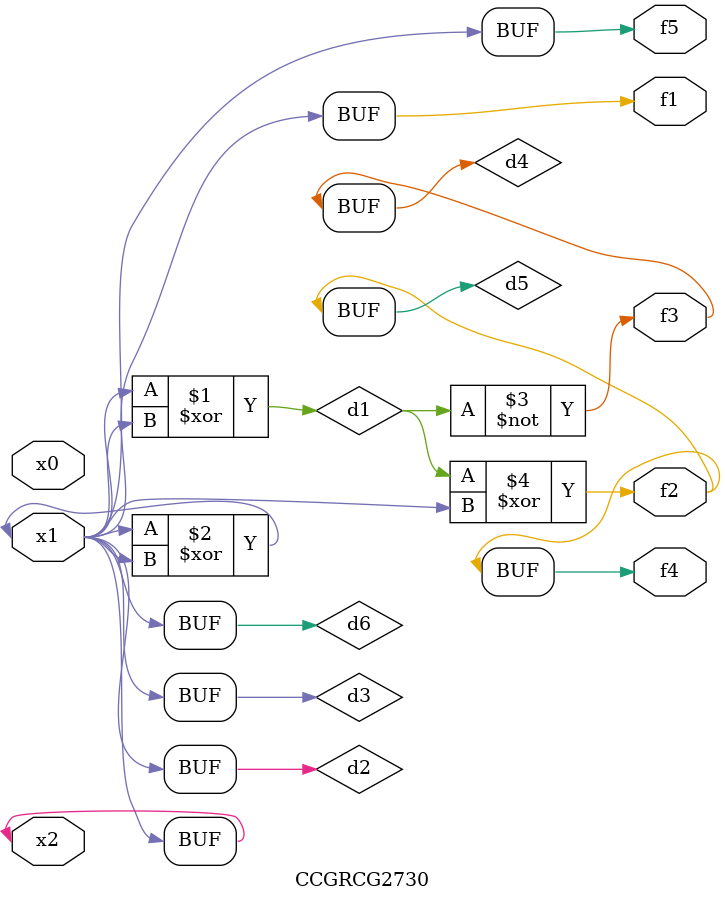
<source format=v>
module CCGRCG2730(
	input x0, x1, x2,
	output f1, f2, f3, f4, f5
);

	wire d1, d2, d3, d4, d5, d6;

	xor (d1, x1, x2);
	buf (d2, x1, x2);
	xor (d3, x1, x2);
	nor (d4, d1);
	xor (d5, d1, d2);
	buf (d6, d2, d3);
	assign f1 = d6;
	assign f2 = d5;
	assign f3 = d4;
	assign f4 = d5;
	assign f5 = d6;
endmodule

</source>
